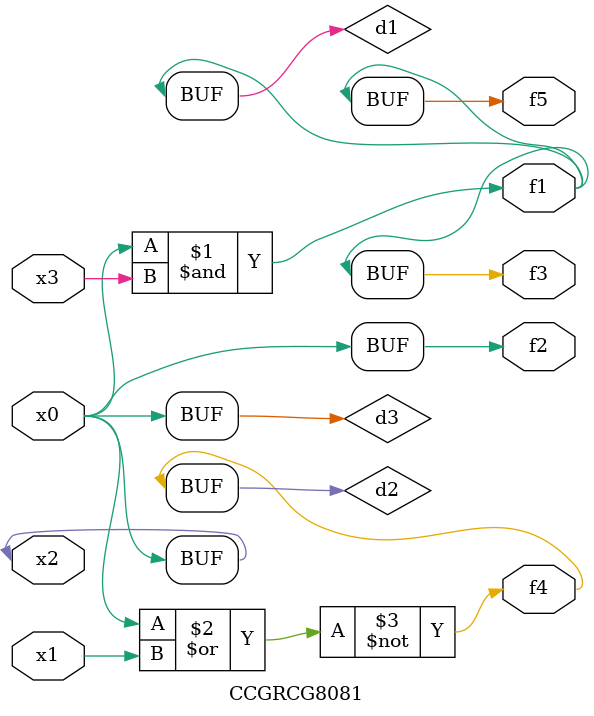
<source format=v>
module CCGRCG8081(
	input x0, x1, x2, x3,
	output f1, f2, f3, f4, f5
);

	wire d1, d2, d3;

	and (d1, x2, x3);
	nor (d2, x0, x1);
	buf (d3, x0, x2);
	assign f1 = d1;
	assign f2 = d3;
	assign f3 = d1;
	assign f4 = d2;
	assign f5 = d1;
endmodule

</source>
